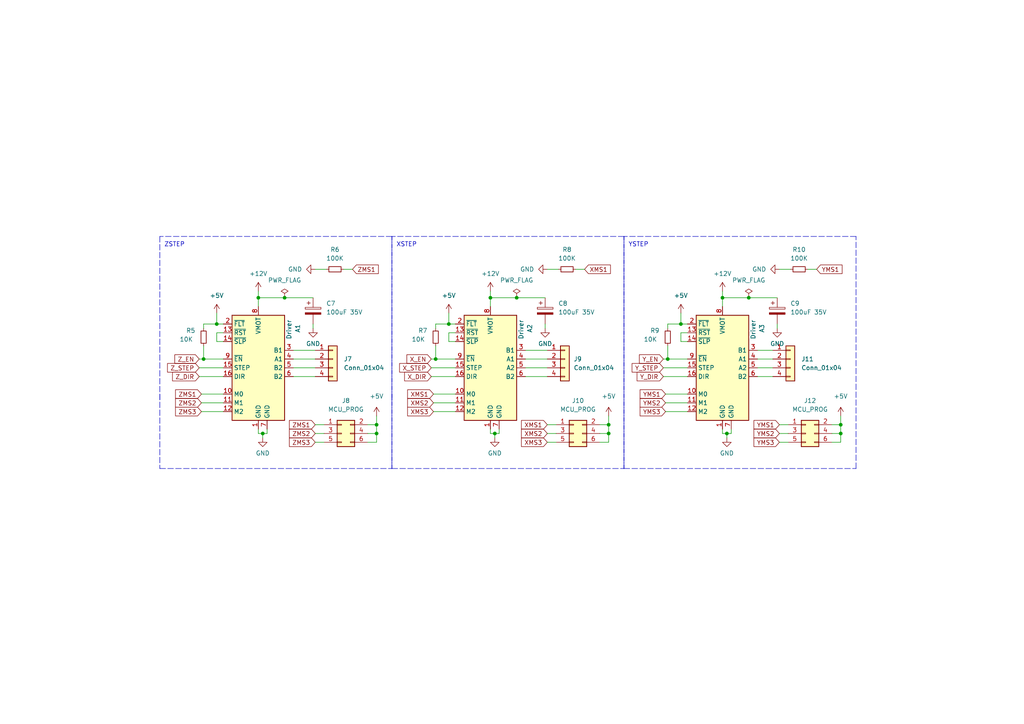
<source format=kicad_sch>
(kicad_sch (version 20211123) (generator eeschema)
  (paper "A4")
  (lib_symbols
    (symbol "Connector_Generic:Conn_01x04" (pin_names (offset 1.016) hide)
      (property "Reference" "J" (at 0 5.08 0))
      (property "Value" "Conn_01x04" (at 0 -7.62 0))
      (symbol "Conn_01x04_1_1"
        (rectangle (start -1.27 -4.953) (end 0 -5.207) (stroke (width 0.1524)))
        (rectangle (start -1.27 -2.413) (end 0 -2.667) (stroke (width 0.1524)))
        (rectangle (start -1.27 0.127) (end 0 -0.127) (stroke (width 0.1524)))
        (rectangle (start -1.27 2.667) (end 0 2.413) (stroke (width 0.1524)))
        (rectangle (start -1.27 3.81) (end 1.27 -6.35) (stroke (width 0.254)) (fill (type background)))
        (pin passive line (at -5.08 2.54 0) (length 3.81) (name "Pin_1") (number "1"))
        (pin passive line (at -5.08 0 0) (length 3.81) (name "Pin_2") (number "2"))
        (pin passive line (at -5.08 -2.54 0) (length 3.81) (name "Pin_3") (number "3"))
        (pin passive line (at -5.08 -5.08 0) (length 3.81) (name "Pin_4") (number "4"))
      )
    )
    (symbol "Connector_Generic:Conn_02x03_Odd_Even" (pin_names (offset 1.016) hide)
      (property "Reference" "J" (at 1.27 5.08 0))
      (property "Value" "Conn_02x03_Odd_Even" (at 1.27 -5.08 0))
      (symbol "Conn_02x03_Odd_Even_1_1"
        (rectangle (start -1.27 -2.413) (end 0 -2.667) (stroke (width 0.1524)))
        (rectangle (start -1.27 0.127) (end 0 -0.127) (stroke (width 0.1524)))
        (rectangle (start -1.27 2.667) (end 0 2.413) (stroke (width 0.1524)))
        (rectangle (start -1.27 3.81) (end 3.81 -3.81) (stroke (width 0.254)) (fill (type background)))
        (rectangle (start 3.81 -2.413) (end 2.54 -2.667) (stroke (width 0.1524)))
        (rectangle (start 3.81 0.127) (end 2.54 -0.127) (stroke (width 0.1524)))
        (rectangle (start 3.81 2.667) (end 2.54 2.413) (stroke (width 0.1524)))
        (pin passive line (at -5.08 2.54 0) (length 3.81) (name "Pin_1") (number "1"))
        (pin passive line (at 7.62 2.54 180) (length 3.81) (name "Pin_2") (number "2"))
        (pin passive line (at -5.08 0 0) (length 3.81) (name "Pin_3") (number "3"))
        (pin passive line (at 7.62 0 180) (length 3.81) (name "Pin_4") (number "4"))
        (pin passive line (at -5.08 -2.54 0) (length 3.81) (name "Pin_5") (number "5"))
        (pin passive line (at 7.62 -2.54 180) (length 3.81) (name "Pin_6") (number "6"))
      )
    )
    (symbol "Device:C_Polarized" (pin_numbers hide) (pin_names (offset 0.254))
      (property "Reference" "C" (at 0.635 2.54 0))
      (property "Value" "C_Polarized" (at 0.635 -2.54 0))
      (symbol "C_Polarized_0_1"
        (rectangle (start -2.286 0.508) (end 2.286 1.016))
        (polyline (pts (xy -1.778 2.286) (xy -0.762 2.286)))
        (polyline (pts (xy -1.27 2.794) (xy -1.27 1.778)))
        (rectangle (start 2.286 -0.508) (end -2.286 -1.016) (fill (type outline)))
      )
      (symbol "C_Polarized_1_1"
        (pin passive line (at 0 3.81 270) (length 2.794) (name "~") (number "1"))
        (pin passive line (at 0 -3.81 90) (length 2.794) (name "~") (number "2"))
      )
    )
    (symbol "Device:R_Small" (pin_numbers hide) (pin_names (offset 0.254) hide)
      (property "Reference" "R" (at 0.762 0.508 0))
      (property "Value" "R_Small" (at 0.762 -1.016 0))
      (symbol "R_Small_0_1"
        (rectangle (start -0.762 1.778) (end 0.762 -1.778) (stroke (width 0.2032)))
      )
      (symbol "R_Small_1_1"
        (pin passive line (at 0 2.54 270) (length 0.762) (name "~") (number "1"))
        (pin passive line (at 0 -2.54 90) (length 0.762) (name "~") (number "2"))
      )
    )
    (symbol "Driver_Motor:Pololu_Breakout_DRV8825"
      (property "Reference" "A3" (at 11.43 7.62 90))
      (property "Value" "Driver" (at 8.89 5.715 90))
      (symbol "Pololu_Breakout_DRV8825_0_1"
        (rectangle (start 7.62 -17.78) (end -7.62 12.7) (stroke (width 0.254)) (fill (type background)))
      )
      (symbol "Pololu_Breakout_DRV8825_1_1"
        (pin power_in line (at 0 -20.32 90) (length 2.54) (name "GND") (number "1"))
        (pin input line (at -10.16 -10.16 0) (length 2.54) (name "M0") (number "10"))
        (pin input line (at -10.16 -12.7 0) (length 2.54) (name "M1") (number "11"))
        (pin input line (at -10.16 -15.24 0) (length 2.54) (name "M2") (number "12"))
        (pin input line (at -10.16 7.62 0) (length 2.54) (name "~{RST}") (number "13"))
        (pin input line (at -10.16 5.08 0) (length 2.54) (name "~{SLP}") (number "14"))
        (pin input line (at -10.16 -2.54 0) (length 2.54) (name "STEP") (number "15"))
        (pin input line (at -10.16 -5.08 0) (length 2.54) (name "DIR") (number "16"))
        (pin output line (at -10.16 10.16 0) (length 2.54) (name "~{FLT}") (number "2"))
        (pin output line (at 10.16 2.54 180) (length 2.54) (name "B1") (number "3"))
        (pin output line (at 10.16 0 180) (length 2.54) (name "A1") (number "4"))
        (pin output line (at 10.16 -2.54 180) (length 2.54) (name "A2") (number "5"))
        (pin output line (at 10.16 -5.08 180) (length 2.54) (name "B2") (number "6"))
        (pin power_in line (at 2.54 -20.32 90) (length 2.54) (name "GND") (number "7"))
        (pin power_in line (at 0 15.24 270) (length 2.54) (name "VMOT") (number "8"))
        (pin input line (at -10.16 0 0) (length 2.54) (name "~{EN}") (number "9"))
      )
    )
    (symbol "Pololu_Breakout_DRV8825_1"
      (property "Reference" "A1" (at 11.43 7.62 90))
      (property "Value" "Pololu_Breakout_DRV8825_1" (at 8.89 5.715 90))
      (symbol "Pololu_Breakout_DRV8825_1_0_1"
        (rectangle (start 7.62 -17.78) (end -7.62 12.7) (stroke (width 0.254)) (fill (type background)))
      )
      (symbol "Pololu_Breakout_DRV8825_1_1_1"
        (pin power_in line (at 0 -20.32 90) (length 2.54) (name "GND") (number "1"))
        (pin input line (at -10.16 -10.16 0) (length 2.54) (name "M0") (number "10"))
        (pin input line (at -10.16 -12.7 0) (length 2.54) (name "M1") (number "11"))
        (pin input line (at -10.16 -15.24 0) (length 2.54) (name "M2") (number "12"))
        (pin input line (at -10.16 7.62 0) (length 2.54) (name "~{RST}") (number "13"))
        (pin input line (at -10.16 5.08 0) (length 2.54) (name "~{SLP}") (number "14"))
        (pin input line (at -10.16 -2.54 0) (length 2.54) (name "STEP") (number "15"))
        (pin input line (at -10.16 -5.08 0) (length 2.54) (name "DIR") (number "16"))
        (pin output line (at -10.16 10.16 0) (length 2.54) (name "~{FLT}") (number "2"))
        (pin output line (at 10.16 2.54 180) (length 2.54) (name "B1") (number "3"))
        (pin output line (at 10.16 0 180) (length 2.54) (name "A1") (number "4"))
        (pin output line (at 10.16 -2.54 180) (length 2.54) (name "B2") (number "5"))
        (pin output line (at 10.16 -5.08 180) (length 2.54) (name "B2") (number "6"))
        (pin power_in line (at 2.54 -20.32 90) (length 2.54) (name "GND") (number "7"))
        (pin power_in line (at 0 15.24 270) (length 2.54) (name "VMOT") (number "8"))
        (pin input line (at -10.16 0 0) (length 2.54) (name "~{EN}") (number "9"))
      )
    )
    (symbol "Pololu_Breakout_DRV8825_2"
      (property "Reference" "A2" (at 11.43 7.62 90))
      (property "Value" "Pololu_Breakout_DRV8825_2" (at 8.89 5.715 90))
      (symbol "Pololu_Breakout_DRV8825_2_0_1"
        (rectangle (start 7.62 -17.78) (end -7.62 12.7) (stroke (width 0.254)) (fill (type background)))
      )
      (symbol "Pololu_Breakout_DRV8825_2_1_1"
        (pin power_in line (at 0 -20.32 90) (length 2.54) (name "GND") (number "1"))
        (pin input line (at -10.16 -10.16 0) (length 2.54) (name "M0") (number "10"))
        (pin input line (at -10.16 -12.7 0) (length 2.54) (name "M1") (number "11"))
        (pin input line (at -10.16 -15.24 0) (length 2.54) (name "M2") (number "12"))
        (pin input line (at -10.16 7.62 0) (length 2.54) (name "~{RST}") (number "13"))
        (pin input line (at -10.16 5.08 0) (length 2.54) (name "~{SLP}") (number "14"))
        (pin input line (at -10.16 -2.54 0) (length 2.54) (name "STEP") (number "15"))
        (pin input line (at -10.16 -5.08 0) (length 2.54) (name "DIR") (number "16"))
        (pin output line (at -10.16 10.16 0) (length 2.54) (name "~{FLT}") (number "2"))
        (pin output line (at 10.16 2.54 180) (length 2.54) (name "B1") (number "3"))
        (pin output line (at 10.16 0 180) (length 2.54) (name "A1") (number "4"))
        (pin output line (at 10.16 -2.54 180) (length 2.54) (name "A2") (number "5"))
        (pin output line (at 10.16 -5.08 180) (length 2.54) (name "B2") (number "6"))
        (pin power_in line (at 2.54 -20.32 90) (length 2.54) (name "GND") (number "7"))
        (pin power_in line (at 0 15.24 270) (length 2.54) (name "VMOT") (number "8"))
        (pin input line (at -10.16 0 0) (length 2.54) (name "~{EN}") (number "9"))
      )
    )
    (symbol "power:+12V" (power) (pin_names (offset 0))
      (property "Value" "+12V" (at 0 3.556 0))
      (symbol "+12V_0_1"
        (polyline (pts (xy -0.762 1.27) (xy 0 2.54)))
        (polyline (pts (xy 0 0) (xy 0 2.54)))
        (polyline (pts (xy 0 2.54) (xy 0.762 1.27)))
      )
      (symbol "+12V_1_1"
        (pin power_in line (at 0 0 90) (length 0) hide (name "+12V") (number "1"))
      )
    )
    (symbol "power:+5V" (power) (pin_names (offset 0))
      (property "Value" "+5V" (at 0 3.556 0))
      (symbol "+5V_0_1"
        (polyline (pts (xy -0.762 1.27) (xy 0 2.54)))
        (polyline (pts (xy 0 0) (xy 0 2.54)))
        (polyline (pts (xy 0 2.54) (xy 0.762 1.27)))
      )
      (symbol "+5V_1_1"
        (pin power_in line (at 0 0 90) (length 0) hide (name "+5V") (number "1"))
      )
    )
    (symbol "power:GND" (power) (pin_names (offset 0))
      (property "Value" "GND" (at 0 -3.81 0))
      (symbol "GND_0_1"
        (polyline (pts (xy 0 0) (xy 0 -1.27) (xy 1.27 -1.27) (xy 0 -2.54) (xy -1.27 -1.27) (xy 0 -1.27)))
      )
      (symbol "GND_1_1"
        (pin power_in line (at 0 0 270) (length 0) hide (name "GND") (number "1"))
      )
    )
    (symbol "power:PWR_FLAG" (power) (pin_numbers hide) (pin_names (offset 0) hide)
      (property "Value" "PWR_FLAG" (at 0 3.81 0))
      (symbol "PWR_FLAG_0_0"
        (pin power_out line (at 0 0 90) (length 0) (name "pwr") (number "1"))
      )
      (symbol "PWR_FLAG_0_1"
        (polyline (pts (xy 0 0) (xy 0 1.27) (xy -1.016 1.905) (xy 0 2.54) (xy 1.016 1.905) (xy 0 1.27)))
      )
    )
  )
  (junction (at 130.175 93.98))
  (junction (at 59.055 104.14))
  (junction (at 176.53 123.19))
  (junction (at 142.24 86.36))
  (junction (at 243.84 123.19))
  (junction (at 109.22 125.73))
  (junction (at 76.2 125.73))
  (junction (at 143.51 125.73))
  (junction (at 126.365 104.14))
  (junction (at 217.17 86.36))
  (junction (at 82.55 86.36))
  (junction (at 209.55 86.36))
  (junction (at 193.675 104.14))
  (junction (at 210.82 125.73))
  (junction (at 176.53 125.73))
  (junction (at 197.485 93.98))
  (junction (at 149.86 86.36))
  (junction (at 243.84 125.73))
  (junction (at 62.865 93.98))
  (junction (at 74.93 86.36))
  (junction (at 109.22 123.19))
  (wire (pts (xy 142.24 86.36) (xy 149.86 86.36)))
  (polyline (pts (xy 113.665 114.3) (xy 113.665 135.89)))
  (wire (pts (xy 143.51 127) (xy 143.51 125.73)))
  (wire (pts (xy 142.24 84.455) (xy 142.24 86.36)))
  (wire (pts (xy 226.06 123.19) (xy 228.6 123.19)))
  (wire (pts (xy 74.93 84.455) (xy 74.93 86.36)))
  (wire (pts (xy 176.53 120.65) (xy 176.53 123.19)))
  (wire (pts (xy 152.4 109.22) (xy 158.75 109.22)))
  (wire (pts (xy 158.75 125.73) (xy 161.29 125.73)))
  (wire (pts (xy 57.785 109.22) (xy 64.77 109.22)))
  (polyline (pts (xy 180.975 68.58) (xy 180.975 135.89)))
  (wire (pts (xy 109.22 120.65) (xy 109.22 123.19)))
  (wire (pts (xy 226.06 78.105) (xy 229.235 78.105)))
  (wire (pts (xy 74.93 86.36) (xy 82.55 86.36)))
  (wire (pts (xy 59.055 93.98) (xy 62.865 93.98)))
  (wire (pts (xy 143.51 125.73) (xy 144.78 125.73)))
  (wire (pts (xy 132.08 96.52) (xy 130.175 96.52)))
  (wire (pts (xy 125.095 104.14) (xy 126.365 104.14)))
  (wire (pts (xy 197.485 90.805) (xy 197.485 93.98)))
  (wire (pts (xy 109.22 125.73) (xy 106.68 125.73)))
  (wire (pts (xy 243.84 125.73) (xy 241.3 125.73)))
  (wire (pts (xy 226.06 125.73) (xy 228.6 125.73)))
  (wire (pts (xy 219.71 109.22) (xy 224.155 109.22)))
  (wire (pts (xy 210.82 125.73) (xy 209.55 125.73)))
  (wire (pts (xy 193.675 100.33) (xy 193.675 104.14)))
  (wire (pts (xy 74.93 86.36) (xy 74.93 88.9)))
  (wire (pts (xy 125.73 114.3) (xy 132.08 114.3)))
  (wire (pts (xy 126.365 93.98) (xy 130.175 93.98)))
  (wire (pts (xy 62.865 99.06) (xy 64.77 99.06)))
  (polyline (pts (xy 46.355 135.89) (xy 113.665 135.89)))
  (wire (pts (xy 90.805 93.98) (xy 90.805 95.25)))
  (wire (pts (xy 192.405 106.68) (xy 199.39 106.68)))
  (wire (pts (xy 143.51 125.73) (xy 142.24 125.73)))
  (wire (pts (xy 226.06 128.27) (xy 228.6 128.27)))
  (wire (pts (xy 199.39 96.52) (xy 197.485 96.52)))
  (wire (pts (xy 158.115 93.98) (xy 158.115 95.25)))
  (wire (pts (xy 209.55 86.36) (xy 209.55 88.9)))
  (wire (pts (xy 85.09 109.22) (xy 91.44 109.22)))
  (wire (pts (xy 76.2 125.73) (xy 77.47 125.73)))
  (wire (pts (xy 130.175 99.06) (xy 132.08 99.06)))
  (wire (pts (xy 197.485 96.52) (xy 197.485 99.06)))
  (wire (pts (xy 126.365 104.14) (xy 132.08 104.14)))
  (wire (pts (xy 85.09 101.6) (xy 91.44 101.6)))
  (wire (pts (xy 91.44 125.73) (xy 93.98 125.73)))
  (wire (pts (xy 125.73 116.84) (xy 132.08 116.84)))
  (wire (pts (xy 193.04 116.84) (xy 199.39 116.84)))
  (wire (pts (xy 91.44 78.105) (xy 94.615 78.105)))
  (wire (pts (xy 241.3 123.19) (xy 243.84 123.19)))
  (wire (pts (xy 219.71 106.68) (xy 224.155 106.68)))
  (wire (pts (xy 57.785 106.68) (xy 64.77 106.68)))
  (wire (pts (xy 152.4 106.68) (xy 158.75 106.68)))
  (wire (pts (xy 109.22 125.73) (xy 109.22 128.27)))
  (wire (pts (xy 241.3 128.27) (xy 243.84 128.27)))
  (wire (pts (xy 62.865 93.98) (xy 64.77 93.98)))
  (wire (pts (xy 57.785 104.14) (xy 59.055 104.14)))
  (wire (pts (xy 234.315 78.105) (xy 236.855 78.105)))
  (wire (pts (xy 59.055 100.33) (xy 59.055 104.14)))
  (wire (pts (xy 91.44 128.27) (xy 93.98 128.27)))
  (wire (pts (xy 76.2 125.73) (xy 74.93 125.73)))
  (wire (pts (xy 130.175 96.52) (xy 130.175 99.06)))
  (wire (pts (xy 58.42 119.38) (xy 64.77 119.38)))
  (wire (pts (xy 173.99 128.27) (xy 176.53 128.27)))
  (wire (pts (xy 142.24 86.36) (xy 142.24 88.9)))
  (wire (pts (xy 176.53 125.73) (xy 176.53 128.27)))
  (wire (pts (xy 210.82 125.73) (xy 212.09 125.73)))
  (wire (pts (xy 142.24 124.46) (xy 142.24 125.73)))
  (wire (pts (xy 158.75 123.19) (xy 161.29 123.19)))
  (wire (pts (xy 152.4 104.14) (xy 158.75 104.14)))
  (wire (pts (xy 59.055 95.25) (xy 59.055 93.98)))
  (wire (pts (xy 197.485 93.98) (xy 199.39 93.98)))
  (wire (pts (xy 243.84 125.73) (xy 243.84 128.27)))
  (polyline (pts (xy 113.665 68.58) (xy 113.665 116.205)))
  (wire (pts (xy 82.55 86.36) (xy 90.805 86.36)))
  (wire (pts (xy 109.22 123.19) (xy 109.22 125.73)))
  (wire (pts (xy 125.095 109.22) (xy 132.08 109.22)))
  (wire (pts (xy 158.75 128.27) (xy 161.29 128.27)))
  (polyline (pts (xy 46.355 114.3) (xy 46.355 135.89)))
  (wire (pts (xy 125.73 119.38) (xy 132.08 119.38)))
  (wire (pts (xy 193.675 93.98) (xy 197.485 93.98)))
  (wire (pts (xy 217.17 86.36) (xy 225.425 86.36)))
  (polyline (pts (xy 113.665 135.89) (xy 180.975 135.89)))
  (wire (pts (xy 225.425 93.98) (xy 225.425 95.25)))
  (wire (pts (xy 167.005 78.105) (xy 169.545 78.105)))
  (wire (pts (xy 62.865 90.805) (xy 62.865 93.98)))
  (wire (pts (xy 173.99 123.19) (xy 176.53 123.19)))
  (wire (pts (xy 58.42 116.84) (xy 64.77 116.84)))
  (wire (pts (xy 176.53 123.19) (xy 176.53 125.73)))
  (wire (pts (xy 76.2 127) (xy 76.2 125.73)))
  (wire (pts (xy 59.055 104.14) (xy 64.77 104.14)))
  (wire (pts (xy 62.865 96.52) (xy 62.865 99.06)))
  (wire (pts (xy 210.82 127) (xy 210.82 125.73)))
  (wire (pts (xy 99.695 78.105) (xy 102.235 78.105)))
  (wire (pts (xy 192.405 109.22) (xy 199.39 109.22)))
  (wire (pts (xy 58.42 114.3) (xy 64.77 114.3)))
  (wire (pts (xy 176.53 125.73) (xy 173.99 125.73)))
  (polyline (pts (xy 46.355 68.58) (xy 46.355 116.205)))
  (wire (pts (xy 126.365 100.33) (xy 126.365 104.14)))
  (polyline (pts (xy 113.665 68.58) (xy 46.355 68.58)))
  (wire (pts (xy 193.04 114.3) (xy 199.39 114.3)))
  (wire (pts (xy 219.71 101.6) (xy 224.155 101.6)))
  (wire (pts (xy 193.675 104.14) (xy 199.39 104.14)))
  (polyline (pts (xy 248.285 68.58) (xy 180.975 68.58)))
  (wire (pts (xy 219.71 104.14) (xy 224.155 104.14)))
  (wire (pts (xy 197.485 99.06) (xy 199.39 99.06)))
  (wire (pts (xy 64.77 96.52) (xy 62.865 96.52)))
  (polyline (pts (xy 180.975 135.89) (xy 180.975 68.58)))
  (wire (pts (xy 126.365 95.25) (xy 126.365 93.98)))
  (wire (pts (xy 130.175 90.805) (xy 130.175 93.98)))
  (wire (pts (xy 130.175 93.98) (xy 132.08 93.98)))
  (wire (pts (xy 193.04 119.38) (xy 199.39 119.38)))
  (wire (pts (xy 193.675 95.25) (xy 193.675 93.98)))
  (wire (pts (xy 209.55 124.46) (xy 209.55 125.73)))
  (wire (pts (xy 243.84 123.19) (xy 243.84 125.73)))
  (polyline (pts (xy 180.975 135.89) (xy 248.285 135.89)))
  (wire (pts (xy 125.095 106.68) (xy 132.08 106.68)))
  (wire (pts (xy 85.09 106.68) (xy 91.44 106.68)))
  (wire (pts (xy 192.405 104.14) (xy 193.675 104.14)))
  (wire (pts (xy 149.86 86.36) (xy 158.115 86.36)))
  (wire (pts (xy 106.68 123.19) (xy 109.22 123.19)))
  (wire (pts (xy 77.47 124.46) (xy 77.47 125.73)))
  (wire (pts (xy 74.93 124.46) (xy 74.93 125.73)))
  (wire (pts (xy 243.84 120.65) (xy 243.84 123.19)))
  (polyline (pts (xy 248.285 135.89) (xy 248.285 68.58)))
  (wire (pts (xy 152.4 101.6) (xy 158.75 101.6)))
  (wire (pts (xy 91.44 123.19) (xy 93.98 123.19)))
  (wire (pts (xy 106.68 128.27) (xy 109.22 128.27)))
  (wire (pts (xy 158.75 78.105) (xy 161.925 78.105)))
  (polyline (pts (xy 113.665 135.89) (xy 113.665 68.58)))
  (wire (pts (xy 85.09 104.14) (xy 91.44 104.14)))
  (wire (pts (xy 144.78 124.46) (xy 144.78 125.73)))
  (wire (pts (xy 209.55 84.455) (xy 209.55 86.36)))
  (polyline (pts (xy 180.975 68.58) (xy 113.665 68.58)))
  (wire (pts (xy 212.09 124.46) (xy 212.09 125.73)))
  (wire (pts (xy 209.55 86.36) (xy 217.17 86.36)))
  (text "XSTEP" (at 114.935 71.755 0) (effects (font (size 1.27 1.27)) (justify left bottom)))
  (text "YSTEP" (at 182.245 71.755 0) (effects (font (size 1.27 1.27)) (justify left bottom)))
  (text "ZSTEP" (at 47.625 71.755 0) (effects (font (size 1.27 1.27)) (justify left bottom)))
  (global_label "YMS2" (shape input) (at 226.06 125.73 180) (property "Intersheet References" "${INTERSHEET_REFS}" (effects hide)))
  (global_label "Y_DIR" (shape input) (at 192.405 109.22 180) (property "Intersheet References" "${INTERSHEET_REFS}" (effects hide)))
  (global_label "Y_EN" (shape input) (at 192.405 104.14 180) (property "Intersheet References" "${INTERSHEET_REFS}" (effects hide)))
  (global_label "XMS3" (shape input) (at 125.73 119.38 180) (property "Intersheet References" "${INTERSHEET_REFS}" (effects hide)))
  (global_label "X_EN" (shape input) (at 125.095 104.14 180) (property "Intersheet References" "${INTERSHEET_REFS}" (effects hide)))
  (global_label "YMS1" (shape input) (at 226.06 123.19 180) (property "Intersheet References" "${INTERSHEET_REFS}" (effects hide)))
  (global_label "XMS2" (shape input) (at 125.73 116.84 180) (property "Intersheet References" "${INTERSHEET_REFS}" (effects hide)))
  (global_label "ZMS2" (shape input) (at 91.44 125.73 180) (property "Intersheet References" "${INTERSHEET_REFS}" (effects hide)))
  (global_label "ZMS1" (shape input) (at 58.42 114.3 180) (property "Intersheet References" "${INTERSHEET_REFS}" (effects hide)))
  (global_label "XMS1" (shape input) (at 125.73 114.3 180) (property "Intersheet References" "${INTERSHEET_REFS}" (effects hide)))
  (global_label "Z_EN" (shape input) (at 57.785 104.14 180) (property "Intersheet References" "${INTERSHEET_REFS}" (effects hide)))
  (global_label "XMS2" (shape input) (at 158.75 125.73 180) (property "Intersheet References" "${INTERSHEET_REFS}" (effects hide)))
  (global_label "ZMS1" (shape input) (at 91.44 123.19 180) (property "Intersheet References" "${INTERSHEET_REFS}" (effects hide)))
  (global_label "ZMS3" (shape input) (at 91.44 128.27 180) (property "Intersheet References" "${INTERSHEET_REFS}" (effects hide)))
  (global_label "Y_STEP" (shape input) (at 192.405 106.68 180) (property "Intersheet References" "${INTERSHEET_REFS}" (effects hide)))
  (global_label "Z_DIR" (shape input) (at 57.785 109.22 180) (property "Intersheet References" "${INTERSHEET_REFS}" (effects hide)))
  (global_label "ZMS3" (shape input) (at 58.42 119.38 180) (property "Intersheet References" "${INTERSHEET_REFS}" (effects hide)))
  (global_label "ZMS1" (shape input) (at 102.235 78.105 0) (property "Intersheet References" "${INTERSHEET_REFS}" (effects hide)))
  (global_label "YMS3" (shape input) (at 193.04 119.38 180) (property "Intersheet References" "${INTERSHEET_REFS}" (effects hide)))
  (global_label "XMS1" (shape input) (at 169.545 78.105 0) (property "Intersheet References" "${INTERSHEET_REFS}" (effects hide)))
  (global_label "ZMS2" (shape input) (at 58.42 116.84 180) (property "Intersheet References" "${INTERSHEET_REFS}" (effects hide)))
  (global_label "YMS1" (shape input) (at 236.855 78.105 0) (property "Intersheet References" "${INTERSHEET_REFS}" (effects hide)))
  (global_label "X_STEP" (shape input) (at 125.095 106.68 180) (property "Intersheet References" "${INTERSHEET_REFS}" (effects hide)))
  (global_label "YMS3" (shape input) (at 226.06 128.27 180) (property "Intersheet References" "${INTERSHEET_REFS}" (effects hide)))
  (global_label "XMS3" (shape input) (at 158.75 128.27 180) (property "Intersheet References" "${INTERSHEET_REFS}" (effects hide)))
  (global_label "YMS2" (shape input) (at 193.04 116.84 180) (property "Intersheet References" "${INTERSHEET_REFS}" (effects hide)))
  (global_label "Z_STEP" (shape input) (at 57.785 106.68 180) (property "Intersheet References" "${INTERSHEET_REFS}" (effects hide)))
  (global_label "YMS1" (shape input) (at 193.04 114.3 180) (property "Intersheet References" "${INTERSHEET_REFS}" (effects hide)))
  (global_label "X_DIR" (shape input) (at 125.095 109.22 180) (property "Intersheet References" "${INTERSHEET_REFS}" (effects hide)))
  (global_label "XMS1" (shape input) (at 158.75 123.19 180) (property "Intersheet References" "${INTERSHEET_REFS}" (effects hide)))
  (symbol (lib_id "power:PWR_FLAG") (at 82.55 86.36 0) (unit 1)
    (property "Reference" "#FLG0103" (effects hide))
    (property "Value" "PWR_FLAG" (at 82.55 81.28 0))
  )
  (symbol (lib_id "Device:R_Small") (at 231.775 78.105 90) (unit 1)
    (property "Reference" "R10" (at 231.775 72.39 90))
    (property "Value" "100K" (at 231.775 74.93 90))
    (property "Footprint" "Resistor_SMD:R_0805_2012Metric_Pad1.20x1.40mm_HandSolder" (effects hide))
  )
  (symbol (lib_id "Device:C_Polarized") (at 225.425 90.17 0) (unit 1)
    (property "Reference" "C9" (at 229.235 88.0109 0) (effects (justify left)))
    (property "Value" "100uF 35V" (at 229.235 90.5509 0) (effects (justify left)))
    (property "Footprint" "Capacitor_SMD:CP_Elec_6.3x7.7" (effects hide))
  )
  (symbol (lib_id "power:GND") (at 76.2 127 0) (unit 1)
    (property "Reference" "#PWR0129" (effects hide))
    (property "Value" "GND" (at 76.2 131.445 0))
  )
  (symbol (lib_id "Device:R_Small") (at 97.155 78.105 90) (unit 1)
    (property "Reference" "R6" (at 97.155 72.39 90))
    (property "Value" "100K" (at 97.155 74.93 90))
    (property "Footprint" "Resistor_SMD:R_0805_2012Metric_Pad1.20x1.40mm_HandSolder" (effects hide))
  )
  (symbol (lib_id "power:+5V") (at 62.865 90.805 0) (unit 1)
    (property "Reference" "#PWR0136" (effects hide))
    (property "Value" "+5V" (at 62.865 85.725 0))
  )
  (symbol (lib_id "power:GND") (at 91.44 78.105 270) (unit 1)
    (property "Reference" "#PWR0135" (effects hide))
    (property "Value" "GND" (at 87.63 78.1049 90) (effects (justify right)))
  )
  (symbol (lib_id "power:+5V") (at 243.84 120.65 0) (unit 1)
    (property "Reference" "#PWR0125" (effects hide))
    (property "Value" "+5V" (at 243.84 114.935 0))
  )
  (symbol (lib_id "power:GND") (at 226.06 78.105 270) (unit 1)
    (property "Reference" "#PWR0127" (effects hide))
    (property "Value" "GND" (at 222.25 78.1049 90) (effects (justify right)))
  )
  (symbol (lib_id "Device:R_Small") (at 164.465 78.105 90) (unit 1)
    (property "Reference" "R8" (at 164.465 72.39 90))
    (property "Value" "100K" (at 164.465 74.93 90))
    (property "Footprint" "Resistor_SMD:R_0805_2012Metric_Pad1.20x1.40mm_HandSolder" (effects hide))
  )
  (symbol (lib_id "Driver_Motor:Pololu_Breakout_DRV8825") (at 209.55 104.14 0) (unit 1)
    (property "Reference" "A3" (at 220.98 96.52 90) (effects (justify left)))
    (property "Value" "Driver" (at 218.44 98.425 90) (effects (justify left)))
    (property "Footprint" "Module:Pololu_Breakout-16_15.2x20.3mm" (effects hide))
    (property "Datasheet" "https://www.pololu.com/product/2982" (effects hide))
  )
  (symbol (lib_name "Pololu_Breakout_DRV8825_1") (lib_id "Driver_Motor:Pololu_Breakout_DRV8825") (at 74.93 104.14 0) (unit 1)
    (property "Reference" "A1" (at 86.36 96.52 90) (effects (justify left)))
    (property "Value" "Driver" (at 83.82 98.425 90) (effects (justify left)))
    (property "Footprint" "Module:Pololu_Breakout-16_15.2x20.3mm" (effects hide))
    (property "Datasheet" "https://www.pololu.com/product/2982" (effects hide))
  )
  (symbol (lib_id "Device:R_Small") (at 59.055 97.79 180) (unit 1)
    (property "Reference" "R5" (at 53.975 95.885 0) (effects (justify right)))
    (property "Value" "10K" (at 52.07 98.425 0) (effects (justify right)))
    (property "Footprint" "Resistor_SMD:R_0805_2012Metric_Pad1.20x1.40mm_HandSolder" (effects hide))
  )
  (symbol (lib_id "power:+12V") (at 142.24 84.455 0) (unit 1)
    (property "Reference" "#PWR0130" (effects hide))
    (property "Value" "+12V" (at 142.24 79.375 0))
  )
  (symbol (lib_id "power:+5V") (at 197.485 90.805 0) (unit 1)
    (property "Reference" "#PWR0124" (effects hide))
    (property "Value" "+5V" (at 197.485 85.725 0))
  )
  (symbol (lib_id "Connector_Generic:Conn_02x03_Odd_Even") (at 99.06 125.73 0) (unit 1)
    (property "Reference" "J8" (at 100.33 116.205 0))
    (property "Value" "MCU_PROG" (at 100.33 118.745 0))
    (property "Footprint" "Connector_PinHeader_2.54mm:PinHeader_2x03_P2.54mm_Vertical" (effects hide))
  )
  (symbol (lib_id "power:PWR_FLAG") (at 149.86 86.36 0) (unit 1)
    (property "Reference" "#FLG0102" (effects hide))
    (property "Value" "PWR_FLAG" (at 149.86 81.28 0))
  )
  (symbol (lib_id "power:GND") (at 143.51 127 0) (unit 1)
    (property "Reference" "#PWR0122" (effects hide))
    (property "Value" "GND" (at 143.51 131.445 0))
  )
  (symbol (lib_id "power:+5V") (at 109.22 120.65 0) (unit 1)
    (property "Reference" "#PWR0133" (effects hide))
    (property "Value" "+5V" (at 109.22 114.935 0))
  )
  (symbol (lib_id "Connector_Generic:Conn_02x03_Odd_Even") (at 233.68 125.73 0) (unit 1)
    (property "Reference" "J12" (at 234.95 116.205 0))
    (property "Value" "MCU_PROG" (at 234.95 118.745 0))
    (property "Footprint" "Connector_PinHeader_2.54mm:PinHeader_2x03_P2.54mm_Vertical" (effects hide))
  )
  (symbol (lib_name "Pololu_Breakout_DRV8825_2") (lib_id "Driver_Motor:Pololu_Breakout_DRV8825") (at 142.24 104.14 0) (unit 1)
    (property "Reference" "A2" (at 153.67 96.52 90) (effects (justify left)))
    (property "Value" "Driver" (at 151.13 98.425 90) (effects (justify left)))
    (property "Footprint" "Module:Pololu_Breakout-16_15.2x20.3mm" (effects hide))
    (property "Datasheet" "https://www.pololu.com/product/2982" (effects hide))
  )
  (symbol (lib_id "Device:C_Polarized") (at 158.115 90.17 0) (unit 1)
    (property "Reference" "C8" (at 161.925 88.0109 0) (effects (justify left)))
    (property "Value" "100uF 35V" (at 161.925 90.5509 0) (effects (justify left)))
    (property "Footprint" "Capacitor_SMD:CP_Elec_6.3x7.7" (effects hide))
  )
  (symbol (lib_id "Connector_Generic:Conn_01x04") (at 96.52 104.14 0) (unit 1)
    (property "Reference" "J7" (at 99.695 104.1399 0) (effects (justify left)))
    (property "Value" "Conn_01x04" (at 99.695 106.6799 0) (effects (justify left)))
    (property "Footprint" "Connector_Phoenix_MC:PhoenixContact_MC_1,5_4-G-3.81_1x04_P3.81mm_Horizontal" (effects hide))
  )
  (symbol (lib_id "power:GND") (at 90.805 95.25 0) (unit 1)
    (property "Reference" "#PWR0134" (effects hide))
    (property "Value" "GND" (at 90.805 99.695 0))
  )
  (symbol (lib_id "power:GND") (at 158.75 78.105 270) (unit 1)
    (property "Reference" "#PWR0121" (effects hide))
    (property "Value" "GND" (at 154.94 78.1049 90) (effects (justify right)))
  )
  (symbol (lib_id "power:PWR_FLAG") (at 217.17 86.36 0) (unit 1)
    (property "Reference" "#FLG0101" (effects hide))
    (property "Value" "PWR_FLAG" (at 217.17 81.28 0))
  )
  (symbol (lib_id "power:GND") (at 225.425 95.25 0) (unit 1)
    (property "Reference" "#PWR0126" (effects hide))
    (property "Value" "GND" (at 225.425 99.695 0))
  )
  (symbol (lib_id "power:+12V") (at 209.55 84.455 0) (unit 1)
    (property "Reference" "#PWR0128" (effects hide))
    (property "Value" "+12V" (at 209.55 79.375 0))
  )
  (symbol (lib_id "power:+12V") (at 74.93 84.455 0) (unit 1)
    (property "Reference" "#PWR0137" (effects hide))
    (property "Value" "+12V" (at 74.93 79.375 0))
  )
  (symbol (lib_id "power:+5V") (at 176.53 120.65 0) (unit 1)
    (property "Reference" "#PWR0123" (effects hide))
    (property "Value" "+5V" (at 176.53 114.935 0))
  )
  (symbol (lib_id "Connector_Generic:Conn_01x04") (at 229.235 104.14 0) (unit 1)
    (property "Reference" "J11" (at 232.41 104.1399 0) (effects (justify left)))
    (property "Value" "Conn_01x04" (at 232.41 106.6799 0) (effects (justify left)))
    (property "Footprint" "Connector_Phoenix_MC:PhoenixContact_MC_1,5_4-G-3.81_1x04_P3.81mm_Horizontal" (effects hide))
  )
  (symbol (lib_id "Device:C_Polarized") (at 90.805 90.17 0) (unit 1)
    (property "Reference" "C7" (at 94.615 88.0109 0) (effects (justify left)))
    (property "Value" "100uF 35V" (at 94.615 90.5509 0) (effects (justify left)))
    (property "Footprint" "Capacitor_SMD:CP_Elec_6.3x7.7" (effects hide))
  )
  (symbol (lib_id "power:GND") (at 158.115 95.25 0) (unit 1)
    (property "Reference" "#PWR0131" (effects hide))
    (property "Value" "GND" (at 158.115 99.695 0))
  )
  (symbol (lib_id "power:+5V") (at 130.175 90.805 0) (unit 1)
    (property "Reference" "#PWR0132" (effects hide))
    (property "Value" "+5V" (at 130.175 85.725 0))
  )
  (symbol (lib_id "Device:R_Small") (at 193.675 97.79 180) (unit 1)
    (property "Reference" "R9" (at 188.595 95.885 0) (effects (justify right)))
    (property "Value" "10K" (at 186.69 98.425 0) (effects (justify right)))
    (property "Footprint" "Resistor_SMD:R_0805_2012Metric_Pad1.20x1.40mm_HandSolder" (effects hide))
  )
  (symbol (lib_id "Device:R_Small") (at 126.365 97.79 180) (unit 1)
    (property "Reference" "R7" (at 121.285 95.885 0) (effects (justify right)))
    (property "Value" "10K" (at 119.38 98.425 0) (effects (justify right)))
    (property "Footprint" "Resistor_SMD:R_0805_2012Metric_Pad1.20x1.40mm_HandSolder" (effects hide))
  )
  (symbol (lib_id "Connector_Generic:Conn_01x04") (at 163.83 104.14 0) (unit 1)
    (property "Reference" "J9" (at 166.37 104.1399 0) (effects (justify left)))
    (property "Value" "Conn_01x04" (at 166.37 106.6799 0) (effects (justify left)))
    (property "Footprint" "Connector_Phoenix_MC:PhoenixContact_MC_1,5_4-G-3.81_1x04_P3.81mm_Horizontal" (effects hide))
  )
  (symbol (lib_id "power:GND") (at 210.82 127 0) (unit 1)
    (property "Reference" "#PWR0120" (effects hide))
    (property "Value" "GND" (at 210.82 131.445 0))
  )
  (symbol (lib_id "Connector_Generic:Conn_02x03_Odd_Even") (at 166.37 125.73 0) (unit 1)
    (property "Reference" "J10" (at 167.64 116.205 0))
    (property "Value" "MCU_PROG" (at 167.64 118.745 0))
    (property "Footprint" "Connector_PinHeader_2.54mm:PinHeader_2x03_P2.54mm_Vertical" (effects hide))
  )
)
</source>
